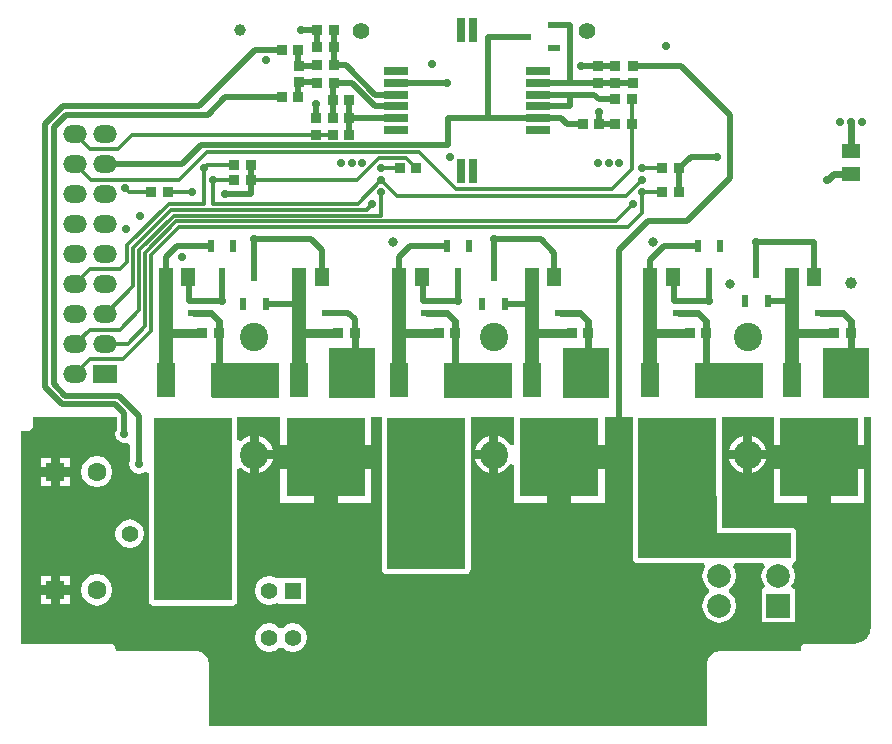
<source format=gbl>
G04 Layer_Physical_Order=4*
G04 Layer_Color=16711680*
%FSLAX44Y44*%
%MOMM*%
G71*
G01*
G75*
%ADD10R,1.5000X1.3000*%
%ADD11R,0.8500X0.8500*%
%ADD12R,0.6500X2.0000*%
%ADD13R,2.0000X0.6500*%
%ADD14C,1.0000*%
%ADD16R,0.6000X1.0000*%
%ADD17R,0.8500X0.8500*%
%ADD23R,1.3000X1.5000*%
%ADD24C,0.6000*%
%ADD25C,0.5000*%
%ADD26C,0.8000*%
%ADD27C,0.3000*%
%ADD32C,1.4000*%
%ADD33R,2.0000X1.5000*%
%ADD34O,2.0000X1.5000*%
%ADD35C,2.4000*%
%ADD36C,2.0000*%
%ADD37R,2.0000X2.0000*%
%ADD38C,1.6000*%
%ADD39R,1.6000X1.6000*%
%ADD40R,1.4000X1.4000*%
%ADD41C,0.7000*%
%ADD42C,0.8000*%
%ADD44R,6.7000X6.7000*%
%ADD45R,1.6000X3.0000*%
%ADD46R,1.0000X0.6000*%
%ADD47R,1.3000X10.7500*%
%ADD48R,4.0000X4.2500*%
%ADD49R,6.7000X10.6069*%
%ADD50R,6.7000X7.9418*%
G36*
X644902Y90000D02*
X644902Y89999D01*
Y89568D01*
X643933Y84696D01*
X643603Y83898D01*
X640843Y79768D01*
X640232Y79158D01*
X636101Y76397D01*
X635304Y76067D01*
X630432Y75098D01*
X630001D01*
X630000Y75098D01*
X590000D01*
X588049Y74710D01*
X586395Y73605D01*
X585290Y71951D01*
X584902Y70000D01*
Y68451D01*
X516500D01*
X512501Y67655D01*
X509110Y65390D01*
X506845Y61999D01*
X506049Y58000D01*
Y5098D01*
X83951D01*
Y58000D01*
X83155Y61999D01*
X80890Y65390D01*
X77499Y67655D01*
X73500Y68451D01*
X5098D01*
Y70000D01*
X4710Y71951D01*
X3605Y73605D01*
X1951Y74710D01*
X0Y75098D01*
X-74902D01*
Y254902D01*
X-70000D01*
X-68049Y255290D01*
X-66395Y256395D01*
X-65290Y258049D01*
X-64902Y260000D01*
Y267000D01*
X5873D01*
Y256081D01*
X5435Y255426D01*
X4853Y252500D01*
X5435Y249574D01*
X7093Y247093D01*
X9574Y245435D01*
X12500Y244853D01*
X14353Y245222D01*
X17353Y243389D01*
Y231355D01*
X16993Y230816D01*
X16334Y227500D01*
X16993Y224184D01*
X18872Y221372D01*
X21683Y219493D01*
X25000Y218834D01*
X28317Y219493D01*
X30000Y220618D01*
X33000Y219184D01*
Y217812D01*
X32922Y217418D01*
Y111348D01*
X33232Y109788D01*
X34116Y108465D01*
X35439Y107581D01*
X37000Y107270D01*
X104000D01*
X105561Y107581D01*
X106884Y108465D01*
X107768Y109788D01*
X108078Y111348D01*
Y217418D01*
X108000Y217812D01*
Y222686D01*
X111000Y223704D01*
X111089Y223589D01*
X114431Y221024D01*
X118323Y219412D01*
X118500Y219389D01*
Y235000D01*
Y250611D01*
X118323Y250588D01*
X114431Y248976D01*
X111089Y246411D01*
X111000Y246296D01*
X108000Y247314D01*
Y267000D01*
X144500D01*
Y242885D01*
X183000D01*
X221500D01*
Y267000D01*
X230500D01*
Y217812D01*
X230422Y217418D01*
Y138000D01*
X230732Y136439D01*
X231616Y135116D01*
X232939Y134232D01*
X234500Y133922D01*
X301500D01*
X303061Y134232D01*
X304384Y135116D01*
X305268Y136439D01*
X305578Y138000D01*
Y217418D01*
X305500Y217812D01*
Y267000D01*
X342000D01*
Y243608D01*
X339000Y243011D01*
X338976Y243069D01*
X336411Y246411D01*
X333069Y248976D01*
X329177Y250588D01*
X329000Y250611D01*
Y235000D01*
Y219389D01*
X329177Y219412D01*
X333069Y221024D01*
X336411Y223589D01*
X338976Y226931D01*
X339000Y226989D01*
X342000Y226392D01*
Y194385D01*
X370500D01*
Y232885D01*
X380500D01*
Y242885D01*
X419000D01*
Y267000D01*
X443000D01*
Y200394D01*
X442922Y200000D01*
Y147290D01*
X443232Y145729D01*
X444116Y144406D01*
X445439Y143522D01*
X447000Y143212D01*
X502778D01*
X504382Y140212D01*
X502812Y137863D01*
X501726Y132400D01*
X502812Y126938D01*
X505907Y122307D01*
X507563Y121200D01*
Y118200D01*
X505907Y117093D01*
X502812Y112463D01*
X501726Y107000D01*
X502812Y101538D01*
X505907Y96907D01*
X510537Y93812D01*
X516000Y92726D01*
X521463Y93812D01*
X526093Y96907D01*
X529188Y101538D01*
X530274Y107000D01*
X529188Y112463D01*
X526093Y117093D01*
X524437Y118200D01*
Y121200D01*
X526093Y122307D01*
X529188Y126938D01*
X530274Y132400D01*
X529188Y137863D01*
X527618Y140212D01*
X529221Y143212D01*
X552778D01*
X554382Y140212D01*
X552812Y137863D01*
X551726Y132400D01*
X552812Y126938D01*
X554775Y124000D01*
X553172Y121000D01*
X552000D01*
Y93000D01*
X580000D01*
Y121000D01*
X578829D01*
X577225Y124000D01*
X579188Y126938D01*
X580274Y132400D01*
X579188Y137863D01*
X577579Y140271D01*
X578478Y143249D01*
X578874Y143732D01*
X579884Y144406D01*
X580768Y145729D01*
X581078Y147290D01*
Y169000D01*
X580768Y170561D01*
X579884Y171884D01*
X578561Y172768D01*
X577000Y173078D01*
X518078D01*
Y200000D01*
X518000Y200394D01*
Y267000D01*
X562000D01*
Y242885D01*
X600500D01*
X639000D01*
Y267000D01*
X644902D01*
Y90000D01*
D02*
G37*
G36*
X514000Y169000D02*
X577000D01*
Y147290D01*
X447000D01*
Y200000D01*
X514000D01*
Y169000D01*
D02*
G37*
G36*
X340500Y312885D02*
X340500Y282885D01*
X283000Y282885D01*
X283000Y312885D01*
X340500Y312885D01*
D02*
G37*
G36*
X553000Y312885D02*
X553000Y282885D01*
X495500Y282885D01*
X495500Y312885D01*
X553000Y312885D01*
D02*
G37*
G36*
X143000D02*
X143000Y282885D01*
X86250Y282885D01*
X86250Y312885D01*
X143000Y312885D01*
D02*
G37*
%LPC*%
G36*
X173000Y222885D02*
X144500D01*
Y194385D01*
X173000D01*
Y222885D01*
D02*
G37*
G36*
X17000Y180235D02*
X12318Y179304D01*
X8349Y176651D01*
X5696Y172682D01*
X4765Y168000D01*
X5696Y163318D01*
X8349Y159348D01*
X12318Y156696D01*
X17000Y155765D01*
X21682Y156696D01*
X25652Y159348D01*
X28304Y163318D01*
X29235Y168000D01*
X28304Y172682D01*
X25652Y176651D01*
X21682Y179304D01*
X17000Y180235D01*
D02*
G37*
G36*
X590500Y222885D02*
X562000D01*
Y194385D01*
X590500D01*
Y222885D01*
D02*
G37*
G36*
X419000D02*
X390500D01*
Y194385D01*
X419000D01*
Y222885D01*
D02*
G37*
G36*
X221500D02*
X193000D01*
Y194385D01*
X221500D01*
Y222885D01*
D02*
G37*
G36*
X-34001Y132524D02*
X-42001D01*
Y124524D01*
X-34001D01*
Y132524D01*
D02*
G37*
G36*
X-50001Y116524D02*
X-58001D01*
Y108524D01*
X-50001D01*
Y116524D01*
D02*
G37*
G36*
X-11001Y133779D02*
X-16074Y132770D01*
X-20374Y129896D01*
X-23247Y125596D01*
X-24256Y120524D01*
X-23247Y115452D01*
X-20374Y111152D01*
X-16074Y108278D01*
X-11001Y107269D01*
X-5929Y108278D01*
X-1629Y111152D01*
X1244Y115452D01*
X2253Y120524D01*
X1244Y125596D01*
X-1629Y129896D01*
X-5929Y132770D01*
X-11001Y133779D01*
D02*
G37*
G36*
X155000Y92235D02*
X150318Y91304D01*
X146348Y88652D01*
X143652D01*
X139682Y91304D01*
X135000Y92235D01*
X130318Y91304D01*
X126348Y88652D01*
X123696Y84682D01*
X122765Y80000D01*
X123696Y75318D01*
X126348Y71349D01*
X130318Y68696D01*
X135000Y67765D01*
X139682Y68696D01*
X143652Y71349D01*
X146348D01*
X150318Y68696D01*
X155000Y67765D01*
X159682Y68696D01*
X163652Y71349D01*
X166304Y75318D01*
X167235Y80000D01*
X166304Y84682D01*
X163652Y88652D01*
X159682Y91304D01*
X155000Y92235D01*
D02*
G37*
G36*
X-50001Y132524D02*
X-58001D01*
Y124524D01*
X-50001D01*
Y132524D01*
D02*
G37*
G36*
X135000Y132235D02*
X130318Y131304D01*
X126348Y128652D01*
X123696Y124682D01*
X122765Y120000D01*
X123696Y115318D01*
X126348Y111348D01*
X130318Y108696D01*
X135000Y107765D01*
X139682Y108696D01*
X141000Y109577D01*
X144000Y109000D01*
Y109000D01*
X166000D01*
Y131000D01*
X144000D01*
Y131000D01*
X141000Y130423D01*
X139682Y131304D01*
X135000Y132235D01*
D02*
G37*
G36*
X-34001Y116524D02*
X-42001D01*
Y108524D01*
X-34001D01*
Y116524D01*
D02*
G37*
G36*
X639000Y222885D02*
X610500D01*
Y194385D01*
X639000D01*
Y222885D01*
D02*
G37*
G36*
X536000Y250611D02*
X535823Y250588D01*
X531931Y248976D01*
X528589Y246411D01*
X526024Y243069D01*
X524412Y239177D01*
X524389Y239000D01*
X536000D01*
Y250611D01*
D02*
G37*
G36*
X-34001Y232524D02*
X-42001D01*
Y224524D01*
X-34001D01*
Y232524D01*
D02*
G37*
G36*
X-50001D02*
X-58001D01*
Y224524D01*
X-50001D01*
Y232524D01*
D02*
G37*
G36*
X321000Y250611D02*
X320823Y250588D01*
X316931Y248976D01*
X313589Y246411D01*
X311024Y243069D01*
X309412Y239177D01*
X309389Y239000D01*
X321000D01*
Y250611D01*
D02*
G37*
G36*
X126500Y250611D02*
Y239000D01*
X138111D01*
X138088Y239177D01*
X136476Y243069D01*
X133911Y246411D01*
X130569Y248976D01*
X126677Y250588D01*
X126500Y250611D01*
D02*
G37*
G36*
X544000D02*
Y239000D01*
X555611D01*
X555588Y239177D01*
X553976Y243069D01*
X551411Y246411D01*
X548069Y248976D01*
X544177Y250588D01*
X544000Y250611D01*
D02*
G37*
G36*
X321000Y231000D02*
X309389D01*
X309412Y230823D01*
X311024Y226931D01*
X313589Y223589D01*
X316931Y221024D01*
X320823Y219412D01*
X321000Y219389D01*
Y231000D01*
D02*
G37*
G36*
X-34001Y216524D02*
X-42001D01*
Y208524D01*
X-34001D01*
Y216524D01*
D02*
G37*
G36*
X-50001D02*
X-58001D01*
Y208524D01*
X-50001D01*
Y216524D01*
D02*
G37*
G36*
X-11001Y233779D02*
X-16074Y232770D01*
X-20374Y229897D01*
X-23247Y225596D01*
X-24256Y220524D01*
X-23247Y215452D01*
X-20374Y211152D01*
X-16074Y208278D01*
X-11001Y207269D01*
X-5929Y208278D01*
X-1629Y211152D01*
X1244Y215452D01*
X2253Y220524D01*
X1244Y225596D01*
X-1629Y229897D01*
X-5929Y232770D01*
X-11001Y233779D01*
D02*
G37*
G36*
X555611Y231000D02*
X544000D01*
Y219389D01*
X544177Y219412D01*
X548069Y221024D01*
X551411Y223589D01*
X553976Y226931D01*
X555588Y230823D01*
X555611Y231000D01*
D02*
G37*
G36*
X138111D02*
X126500D01*
Y219389D01*
X126677Y219412D01*
X130569Y221024D01*
X133911Y223589D01*
X136476Y226931D01*
X138088Y230823D01*
X138111Y231000D01*
D02*
G37*
G36*
X536000D02*
X524389D01*
X524412Y230823D01*
X526024Y226931D01*
X528589Y223589D01*
X531931Y221024D01*
X535823Y219412D01*
X536000Y219389D01*
Y231000D01*
D02*
G37*
%LPD*%
D10*
X627500Y492000D02*
D03*
Y473000D02*
D03*
D11*
X428000Y564000D02*
D03*
Y550000D02*
D03*
X443000Y550000D02*
D03*
Y564000D02*
D03*
X175000Y506000D02*
D03*
Y520000D02*
D03*
X160000Y550500D02*
D03*
Y564500D02*
D03*
X413000Y550000D02*
D03*
Y564000D02*
D03*
D12*
X297500Y595000D02*
D03*
X307500Y475000D02*
D03*
X297500D02*
D03*
X307500Y595000D02*
D03*
D13*
X242500Y560000D02*
D03*
Y550000D02*
D03*
Y540000D02*
D03*
Y530000D02*
D03*
Y520000D02*
D03*
Y510000D02*
D03*
X362500D02*
D03*
Y520000D02*
D03*
Y530000D02*
D03*
Y540000D02*
D03*
Y550000D02*
D03*
Y560000D02*
D03*
D14*
X110000Y595000D02*
D03*
X627500Y380000D02*
D03*
D16*
X95000Y388000D02*
D03*
X104500Y412000D02*
D03*
X85500D02*
D03*
X122500Y387000D02*
D03*
X113000Y363000D02*
D03*
X132000D02*
D03*
X295000Y388000D02*
D03*
X304500Y412000D02*
D03*
X285500D02*
D03*
X325000Y387000D02*
D03*
X315500Y363000D02*
D03*
X334500D02*
D03*
X547500Y389500D02*
D03*
X538000Y365500D02*
D03*
X557000D02*
D03*
X507500Y388000D02*
D03*
X517000Y412000D02*
D03*
X498000D02*
D03*
D17*
X468000Y457500D02*
D03*
X482000D02*
D03*
X245500Y477500D02*
D03*
X259500D02*
D03*
X468000D02*
D03*
X482000D02*
D03*
X105500Y467500D02*
D03*
X119500D02*
D03*
X505000Y337885D02*
D03*
X491000D02*
D03*
X627500D02*
D03*
X613500D02*
D03*
X175500Y580000D02*
D03*
X189500D02*
D03*
X145500Y577500D02*
D03*
X159500D02*
D03*
X175500Y565000D02*
D03*
X189500D02*
D03*
X203000Y506000D02*
D03*
X189000D02*
D03*
X175500Y550000D02*
D03*
X189500D02*
D03*
X145500Y537500D02*
D03*
X159500D02*
D03*
X189000Y535000D02*
D03*
X203000D02*
D03*
X292500Y337885D02*
D03*
X278500D02*
D03*
X428000Y536000D02*
D03*
X442000D02*
D03*
X405000Y337885D02*
D03*
X391000D02*
D03*
X92500Y337885D02*
D03*
X78500D02*
D03*
X207500Y337885D02*
D03*
X193500D02*
D03*
X105500Y480000D02*
D03*
X119500D02*
D03*
X189500Y595000D02*
D03*
X175500D02*
D03*
X414500Y515000D02*
D03*
X400500D02*
D03*
X203000Y520000D02*
D03*
X189000D02*
D03*
X442000Y515000D02*
D03*
X428000D02*
D03*
X49000Y457500D02*
D03*
X35000D02*
D03*
D23*
X476500Y385385D02*
D03*
X457500D02*
D03*
X596500D02*
D03*
X577500D02*
D03*
X264000D02*
D03*
X245000D02*
D03*
X376500D02*
D03*
X357500D02*
D03*
X66500D02*
D03*
X47500D02*
D03*
X179500D02*
D03*
X160500D02*
D03*
D24*
X602000Y355380D02*
X620505D01*
X627500Y348385D01*
Y493000D02*
Y517500D01*
X613000Y473000D02*
X625000D01*
X607500Y467500D02*
X613000Y473000D01*
X624500Y492500D02*
X625000Y493000D01*
X624500Y492500D02*
X625000Y492000D01*
X627500Y320885D02*
Y337885D01*
Y348385D01*
X505000Y337885D02*
Y348385D01*
Y299485D02*
Y337885D01*
X503400Y297885D02*
X505000Y299485D01*
X405000Y337885D02*
Y348385D01*
Y323385D02*
Y337885D01*
Y323385D02*
X408000Y320385D01*
X207500Y323385D02*
Y337885D01*
Y323385D02*
X210500Y320385D01*
X482000Y355385D02*
X498000D01*
X505000Y348385D01*
X382000Y355385D02*
X398000D01*
X405000Y348385D01*
X269000Y355385D02*
X285500D01*
X292500Y348385D01*
Y337885D02*
Y348385D01*
X92500Y337885D02*
Y348385D01*
Y298785D02*
Y337885D01*
X85500Y355385D02*
X92500Y348385D01*
X71000Y355385D02*
X85500D01*
X292500Y298785D02*
Y335885D01*
X290000Y298785D02*
X290900Y297885D01*
X627500Y320885D02*
X628000Y320385D01*
D25*
X387000Y515000D02*
X400500D01*
X382000Y520000D02*
X387000Y515000D01*
X362500Y520000D02*
X382000D01*
X319000D02*
X362500D01*
X242500Y540000D02*
X242500Y540000D01*
X225000Y540000D02*
X242500D01*
X507500Y365500D02*
Y388000D01*
X469500Y412000D02*
X498000D01*
X557000Y365500D02*
X577885D01*
X547500Y389500D02*
Y415000D01*
X295000Y365000D02*
Y388000D01*
X254500Y412000D02*
X285500D01*
X356615Y363000D02*
X358500Y364885D01*
X334500Y363000D02*
X356615D01*
X325000Y387000D02*
Y417500D01*
X122500Y387000D02*
Y417500D01*
X122500Y417500D02*
X170000D01*
X132000Y363000D02*
X159115D01*
X95000Y365000D02*
Y388000D01*
X57000Y412000D02*
X85500D01*
X478000Y365500D02*
Y384885D01*
Y365500D02*
X507500D01*
X265000Y365000D02*
Y385385D01*
X207500Y337885D02*
Y350000D01*
X202115Y355385D02*
X207500Y350000D01*
X184500Y355385D02*
X202115D01*
X67500Y365000D02*
Y385385D01*
Y365000D02*
X95000D01*
X25000Y227500D02*
Y267500D01*
X7500Y285000D02*
X25000Y267500D01*
X-37500Y285000D02*
X7500D01*
X-47500Y295000D02*
X-37500Y285000D01*
X-47500Y295000D02*
Y512500D01*
X-37000Y523000D01*
X225000Y530000D02*
X242500D01*
X204500Y520000D02*
X242500D01*
X414500Y515000D02*
X428000D01*
X-39899Y530000D02*
X75500D01*
X-54500Y515400D02*
X-39899Y530000D01*
X-40399Y278000D02*
X4600D01*
X-54500Y292101D02*
Y515400D01*
Y292101D02*
X-40399Y278000D01*
X12500Y252500D02*
Y270100D01*
X4600Y278000D02*
X12500Y270100D01*
X-37000Y523000D02*
X83000D01*
X97500Y537500D01*
X200000Y565000D02*
X225000Y540000D01*
X189500Y565000D02*
X200000D01*
X189500Y550000D02*
X205000D01*
X225000Y530000D01*
X482000Y457500D02*
Y477500D01*
X119500Y467500D02*
Y480000D01*
X265000Y365000D02*
X295000D01*
X325000Y417500D02*
X365000D01*
X97500Y537500D02*
X145500D01*
X159500Y565000D02*
X160000Y564500D01*
X159500Y565000D02*
Y577500D01*
X160000Y564500D02*
X175000D01*
X160000Y550500D02*
X175000D01*
X159500Y537500D02*
Y550000D01*
X175500Y580000D02*
Y595000D01*
X189500Y565000D02*
Y595000D01*
X189000Y520000D02*
Y549500D01*
X189500Y550000D02*
X190500Y549000D01*
X203000Y506000D02*
Y535000D01*
X-3700Y481200D02*
X61200D01*
X77000Y497000D01*
X119500Y455500D02*
Y467500D01*
X97300Y455500D02*
X119500D01*
X77000Y497000D02*
X286000D01*
X482000Y477500D02*
X492000Y487500D01*
X514000D01*
X286000Y497000D02*
Y520000D01*
X242500Y550000D02*
X285500D01*
X175000Y520000D02*
Y532000D01*
X162000Y595000D02*
X175500D01*
X413000Y564000D02*
X428000D01*
X399000D02*
X413000D01*
X414500Y515000D02*
Y525500D01*
X414000Y536000D02*
X428000D01*
X410000Y540000D02*
X414000Y536000D01*
X362500Y530000D02*
X390000D01*
Y540000D01*
X362500Y540000D02*
X410000D01*
X443000Y564000D02*
X484000D01*
X525000Y523000D01*
Y469000D02*
Y523000D01*
X489000Y433000D02*
X525000Y469000D01*
X456000Y433000D02*
X489000D01*
X431500Y408500D02*
X456000Y433000D01*
X431500Y258000D02*
Y408500D01*
X320000Y589000D02*
X352000D01*
X320000Y521000D02*
Y589000D01*
X319000Y520000D02*
X320000Y521000D01*
X286000Y520000D02*
X319000D01*
X376000Y598500D02*
X389500D01*
Y550500D02*
Y598500D01*
Y550500D02*
X390000Y550000D01*
X362500D02*
X390000D01*
X428000D02*
X443000D01*
X390000D02*
X428000D01*
X75500Y530000D02*
X123000Y577500D01*
X145500D01*
X596500Y386385D02*
X597500Y385385D01*
X596500Y386385D02*
Y415000D01*
X547500D02*
X596500D01*
X457600Y386285D02*
X458500Y385385D01*
X457600Y386285D02*
Y400100D01*
X469500Y412000D01*
X376500Y386385D02*
X377500Y385385D01*
X376500Y386385D02*
Y406000D01*
X365000Y417500D02*
X376500Y406000D01*
X245000Y386385D02*
X246000Y385385D01*
X245000Y386385D02*
Y402500D01*
X254500Y412000D01*
X179500Y385385D02*
Y408000D01*
X170000Y417500D02*
X179500Y408000D01*
X47500Y386385D02*
X48500Y385385D01*
X47500Y386385D02*
Y402500D01*
X57000Y412000D01*
D26*
X580500Y337885D02*
X613500D01*
X458000D02*
X491000D01*
X358000D02*
X391000D01*
X245500D02*
X278500D01*
X160500D02*
X193500D01*
X45500D02*
X78500D01*
D27*
X-29100Y506600D02*
X-16500Y494000D01*
X87500Y467500D02*
X103000D01*
X105500Y470000D01*
X451000Y477500D02*
X468000D01*
X230000Y437500D02*
Y457500D01*
X54200Y437500D02*
X230000D01*
Y477500D02*
X245500D01*
X11000Y316000D02*
X35000Y340000D01*
X-16500Y316000D02*
X11000D01*
X35000Y340000D02*
Y404158D01*
X8700Y392000D02*
X15000Y398300D01*
X-29100Y303400D02*
X-16500Y316000D01*
X-3700Y354200D02*
X-3300D01*
X20000Y377500D01*
X-29100Y328800D02*
X-16900Y341000D01*
X8500D01*
X25000Y357500D01*
X-3700Y328800D02*
X15063D01*
X30000Y343737D01*
X438500Y427500D02*
X451000Y440000D01*
X58342Y427500D02*
X438500D01*
X217500Y442500D02*
X222000Y447000D01*
X76714Y442500D02*
X217500D01*
X79952Y478000D02*
X80000Y478048D01*
X79952Y467100D02*
X80000Y467052D01*
X56271Y432500D02*
X428500D01*
X25000Y357500D02*
Y408300D01*
X35000Y404158D02*
X58342Y427500D01*
X30000Y406229D02*
X56271Y432500D01*
X30000Y343737D02*
Y406229D01*
X25000Y408300D02*
X54200Y437500D01*
X20000Y410371D02*
X52129Y442500D01*
X20000Y377500D02*
Y410371D01*
X15000Y412442D02*
X50058Y447500D01*
X15000Y398300D02*
Y412442D01*
X52129Y442500D02*
X76714D01*
X76714Y442500D01*
X-29100Y379600D02*
X-16700Y392000D01*
X8700D01*
X-29100Y481200D02*
X-15900Y468000D01*
X428500Y432500D02*
X443000Y447000D01*
X175000Y506000D02*
X189000D01*
X243500Y454000D02*
X437500D01*
X425000Y460000D02*
X442000Y477000D01*
X-16500Y494000D02*
X7000D01*
X-15900Y468000D02*
X59000D01*
X230000Y467500D02*
X243500Y454000D01*
X7000Y494000D02*
X19000Y506000D01*
X175000D01*
X210000Y447500D02*
X230000Y467500D01*
X87500Y447500D02*
Y467500D01*
Y447500D02*
X210000D01*
X59000Y468000D02*
X82000Y491000D01*
X262200D02*
X293200Y460000D01*
X425000D01*
X251000Y486000D02*
X259500Y477500D01*
X227899Y486000D02*
X251000D01*
X82000Y491000D02*
X262200D01*
X209400Y467500D02*
X227899Y486000D01*
X119500Y467500D02*
X209400D01*
X50058Y447500D02*
X80000D01*
Y467052D01*
X49000Y457500D02*
X70059D01*
X16500D02*
X35000D01*
X13000Y461000D02*
X16500Y457500D01*
X442000Y515000D02*
Y536000D01*
X442000Y536000D01*
X442000Y477000D02*
Y515000D01*
X79952Y467100D02*
Y478000D01*
X437500Y454000D02*
X451000Y467500D01*
Y457500D02*
X468000D01*
X451000Y440000D02*
Y457500D01*
X80000Y478048D02*
X81952Y480000D01*
X105500D01*
D32*
X213000Y594000D02*
D03*
X404000D02*
D03*
X17000Y168000D02*
D03*
X135000Y80000D02*
D03*
X155000D02*
D03*
X135000Y100000D02*
D03*
X155000D02*
D03*
X135000Y120000D02*
D03*
D33*
X-3700Y303400D02*
D03*
D34*
X-29100D02*
D03*
X-3700Y328800D02*
D03*
X-29100D02*
D03*
X-3700Y354200D02*
D03*
X-29100D02*
D03*
X-3700Y379600D02*
D03*
X-29100D02*
D03*
X-3700Y405000D02*
D03*
X-29100D02*
D03*
X-3700Y430400D02*
D03*
X-29100D02*
D03*
Y481200D02*
D03*
X-3700D02*
D03*
X-29100Y455800D02*
D03*
X-3700D02*
D03*
Y506600D02*
D03*
X-29100D02*
D03*
D35*
X540000Y235000D02*
D03*
Y335000D02*
D03*
X325000D02*
D03*
Y235000D02*
D03*
X122500D02*
D03*
Y335000D02*
D03*
D36*
X516000Y132400D02*
D03*
X566000D02*
D03*
X516000Y107000D02*
D03*
X566000Y157800D02*
D03*
X516000D02*
D03*
D37*
X566000Y107000D02*
D03*
D38*
X-11001Y120524D02*
D03*
Y220524D02*
D03*
D39*
X-46001Y120524D02*
D03*
Y220524D02*
D03*
D40*
X155000Y120000D02*
D03*
D41*
X273000Y566000D02*
D03*
X80000Y478048D02*
D03*
X607500Y467500D02*
D03*
X618500Y517000D02*
D03*
X627500D02*
D03*
X636500D02*
D03*
X507500Y365500D02*
D03*
X122500Y417500D02*
D03*
X547500Y415000D02*
D03*
X87500Y467500D02*
D03*
X95000Y365000D02*
D03*
X222000Y447000D02*
D03*
X230000Y457500D02*
D03*
X451000Y477500D02*
D03*
X230000Y477500D02*
D03*
X25000Y227500D02*
D03*
X12500Y252500D02*
D03*
X295000Y365000D02*
D03*
X325000Y417500D02*
D03*
X443000Y447000D02*
D03*
X61000Y402000D02*
D03*
X431500Y482000D02*
D03*
X413500D02*
D03*
X422500D02*
D03*
X288500Y487500D02*
D03*
X13000Y461000D02*
D03*
X514000Y487500D02*
D03*
X471000Y581000D02*
D03*
X230000Y467500D02*
D03*
X97300Y455500D02*
D03*
X214000Y482000D02*
D03*
X205000D02*
D03*
X70059Y457500D02*
D03*
X285500Y550000D02*
D03*
X175000Y532000D02*
D03*
X162000Y595000D02*
D03*
X399000Y564000D02*
D03*
X414500Y525500D02*
D03*
X14000Y426000D02*
D03*
X26000Y437000D02*
D03*
X132000Y569000D02*
D03*
X451000Y467500D02*
D03*
Y457500D02*
D03*
X196000Y482000D02*
D03*
D42*
X608000Y320385D02*
D03*
X108000Y307885D02*
D03*
Y297885D02*
D03*
X118000Y307885D02*
D03*
Y297885D02*
D03*
X128000Y307885D02*
D03*
Y297885D02*
D03*
X138000Y307885D02*
D03*
X190500Y300385D02*
D03*
X220500D02*
D03*
X305500Y307885D02*
D03*
Y297885D02*
D03*
X315500Y307885D02*
D03*
Y297885D02*
D03*
X325500Y307885D02*
D03*
Y297885D02*
D03*
X335500Y307885D02*
D03*
X220500Y290385D02*
D03*
X268000Y175000D02*
D03*
X280000D02*
D03*
X292000D02*
D03*
X244000D02*
D03*
X256000D02*
D03*
X280000Y164582D02*
D03*
X292000D02*
D03*
X244000D02*
D03*
X256000D02*
D03*
X268000D02*
D03*
Y154164D02*
D03*
X256000D02*
D03*
X244000D02*
D03*
X292000D02*
D03*
X280000D02*
D03*
X268000Y143746D02*
D03*
X256000D02*
D03*
X244000D02*
D03*
X292000D02*
D03*
X280000D02*
D03*
X46000Y150000D02*
D03*
X70000D02*
D03*
X94000D02*
D03*
X82000D02*
D03*
X58000D02*
D03*
X70000Y139582D02*
D03*
X58000D02*
D03*
X46000D02*
D03*
X94000D02*
D03*
X82000D02*
D03*
X70000Y129164D02*
D03*
X58000D02*
D03*
X46000D02*
D03*
X94000D02*
D03*
X82000D02*
D03*
X70000Y118746D02*
D03*
X58000D02*
D03*
X46000D02*
D03*
X94000D02*
D03*
X82000D02*
D03*
X548000Y287885D02*
D03*
X538000D02*
D03*
X528000D02*
D03*
X518000D02*
D03*
X548000Y297885D02*
D03*
X538000D02*
D03*
X528000D02*
D03*
X518000D02*
D03*
X548000Y307885D02*
D03*
X538000D02*
D03*
X528000D02*
D03*
X518000D02*
D03*
X210500Y320385D02*
D03*
X335500Y287885D02*
D03*
X325500D02*
D03*
X315500D02*
D03*
X305500D02*
D03*
X335500Y297885D02*
D03*
X138000Y287885D02*
D03*
X128000D02*
D03*
X118000D02*
D03*
X108000D02*
D03*
X138000Y297885D02*
D03*
X608000Y290385D02*
D03*
X638000D02*
D03*
Y310385D02*
D03*
Y320385D02*
D03*
X388000Y310385D02*
D03*
Y300385D02*
D03*
Y290385D02*
D03*
X418000D02*
D03*
Y300385D02*
D03*
Y310385D02*
D03*
X388000Y320385D02*
D03*
X398000D02*
D03*
X408000D02*
D03*
X418000D02*
D03*
X220500D02*
D03*
X200500D02*
D03*
X190500D02*
D03*
X220500Y310385D02*
D03*
X190500Y290385D02*
D03*
Y310385D02*
D03*
X240000Y415000D02*
D03*
X460000D02*
D03*
X525500Y379500D02*
D03*
X618000Y320385D02*
D03*
X628000D02*
D03*
X638000Y300385D02*
D03*
X608000Y310385D02*
D03*
Y300385D02*
D03*
D44*
X480500Y232885D02*
D03*
X600500D02*
D03*
X268000D02*
D03*
X380500D02*
D03*
X70500D02*
D03*
X183000D02*
D03*
D45*
X503400Y297885D02*
D03*
X457600D02*
D03*
X577600D02*
D03*
X623400D02*
D03*
X290900D02*
D03*
X245100D02*
D03*
X357600D02*
D03*
X403400D02*
D03*
X93400D02*
D03*
X47600D02*
D03*
X160100D02*
D03*
X205900D02*
D03*
D46*
X482000Y355385D02*
D03*
X458000Y364885D02*
D03*
Y345885D02*
D03*
X602000Y355380D02*
D03*
X578000Y364880D02*
D03*
Y345880D02*
D03*
X269000Y355385D02*
D03*
X245000Y364885D02*
D03*
Y345885D02*
D03*
X352000Y589000D02*
D03*
X376000Y579500D02*
D03*
Y598500D02*
D03*
X382000Y355385D02*
D03*
X358000Y364885D02*
D03*
Y345885D02*
D03*
X71000Y355385D02*
D03*
X47000Y364885D02*
D03*
Y345885D02*
D03*
X184500Y355385D02*
D03*
X160500Y364885D02*
D03*
Y345885D02*
D03*
D47*
X577500Y339135D02*
D03*
X457500D02*
D03*
X357500D02*
D03*
X245000D02*
D03*
X160000D02*
D03*
X47500D02*
D03*
D48*
X623000Y304135D02*
D03*
X403000D02*
D03*
X205500D02*
D03*
D49*
X70500Y164383D02*
D03*
D50*
X268000Y177709D02*
D03*
M02*

</source>
